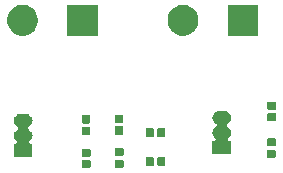
<source format=gbr>
G04 #@! TF.GenerationSoftware,KiCad,Pcbnew,(5.1.5)-3*
G04 #@! TF.CreationDate,2020-12-06T22:53:45+02:00*
G04 #@! TF.ProjectId,Single_transistor_AMP,53696e67-6c65-45f7-9472-616e73697374,V1.0*
G04 #@! TF.SameCoordinates,Original*
G04 #@! TF.FileFunction,Soldermask,Top*
G04 #@! TF.FilePolarity,Negative*
%FSLAX46Y46*%
G04 Gerber Fmt 4.6, Leading zero omitted, Abs format (unit mm)*
G04 Created by KiCad (PCBNEW (5.1.5)-3) date 2020-12-06 22:53:45*
%MOMM*%
%LPD*%
G04 APERTURE LIST*
%ADD10C,0.100000*%
G04 APERTURE END LIST*
D10*
G36*
X143347438Y-116410216D02*
G01*
X143368057Y-116416471D01*
X143387053Y-116426624D01*
X143403708Y-116440292D01*
X143417376Y-116456947D01*
X143427529Y-116475943D01*
X143433784Y-116496562D01*
X143436500Y-116524140D01*
X143436500Y-116982860D01*
X143433784Y-117010438D01*
X143427529Y-117031057D01*
X143417376Y-117050053D01*
X143403708Y-117066708D01*
X143387053Y-117080376D01*
X143368057Y-117090529D01*
X143347438Y-117096784D01*
X143319860Y-117099500D01*
X142811140Y-117099500D01*
X142783562Y-117096784D01*
X142762943Y-117090529D01*
X142743947Y-117080376D01*
X142727292Y-117066708D01*
X142713624Y-117050053D01*
X142703471Y-117031057D01*
X142697216Y-117010438D01*
X142694500Y-116982860D01*
X142694500Y-116524140D01*
X142697216Y-116496562D01*
X142703471Y-116475943D01*
X142713624Y-116456947D01*
X142727292Y-116440292D01*
X142743947Y-116426624D01*
X142762943Y-116416471D01*
X142783562Y-116410216D01*
X142811140Y-116407500D01*
X143319860Y-116407500D01*
X143347438Y-116410216D01*
G37*
G36*
X146141438Y-116359416D02*
G01*
X146162057Y-116365671D01*
X146181053Y-116375824D01*
X146197708Y-116389492D01*
X146211376Y-116406147D01*
X146221529Y-116425143D01*
X146227784Y-116445762D01*
X146230500Y-116473340D01*
X146230500Y-116932060D01*
X146227784Y-116959638D01*
X146221529Y-116980257D01*
X146211376Y-116999253D01*
X146197708Y-117015908D01*
X146181053Y-117029576D01*
X146162057Y-117039729D01*
X146141438Y-117045984D01*
X146113860Y-117048700D01*
X145605140Y-117048700D01*
X145577562Y-117045984D01*
X145556943Y-117039729D01*
X145537947Y-117029576D01*
X145521292Y-117015908D01*
X145507624Y-116999253D01*
X145497471Y-116980257D01*
X145491216Y-116959638D01*
X145488500Y-116932060D01*
X145488500Y-116473340D01*
X145491216Y-116445762D01*
X145497471Y-116425143D01*
X145507624Y-116406147D01*
X145521292Y-116389492D01*
X145537947Y-116375824D01*
X145556943Y-116365671D01*
X145577562Y-116359416D01*
X145605140Y-116356700D01*
X146113860Y-116356700D01*
X146141438Y-116359416D01*
G37*
G36*
X149689938Y-116166916D02*
G01*
X149710557Y-116173171D01*
X149729553Y-116183324D01*
X149746208Y-116196992D01*
X149759876Y-116213647D01*
X149770029Y-116232643D01*
X149776284Y-116253262D01*
X149779000Y-116280840D01*
X149779000Y-116789560D01*
X149776284Y-116817138D01*
X149770029Y-116837757D01*
X149759876Y-116856753D01*
X149746208Y-116873408D01*
X149729553Y-116887076D01*
X149710557Y-116897229D01*
X149689938Y-116903484D01*
X149662360Y-116906200D01*
X149203640Y-116906200D01*
X149176062Y-116903484D01*
X149155443Y-116897229D01*
X149136447Y-116887076D01*
X149119792Y-116873408D01*
X149106124Y-116856753D01*
X149095971Y-116837757D01*
X149089716Y-116817138D01*
X149087000Y-116789560D01*
X149087000Y-116280840D01*
X149089716Y-116253262D01*
X149095971Y-116232643D01*
X149106124Y-116213647D01*
X149119792Y-116196992D01*
X149136447Y-116183324D01*
X149155443Y-116173171D01*
X149176062Y-116166916D01*
X149203640Y-116164200D01*
X149662360Y-116164200D01*
X149689938Y-116166916D01*
G37*
G36*
X148719938Y-116166916D02*
G01*
X148740557Y-116173171D01*
X148759553Y-116183324D01*
X148776208Y-116196992D01*
X148789876Y-116213647D01*
X148800029Y-116232643D01*
X148806284Y-116253262D01*
X148809000Y-116280840D01*
X148809000Y-116789560D01*
X148806284Y-116817138D01*
X148800029Y-116837757D01*
X148789876Y-116856753D01*
X148776208Y-116873408D01*
X148759553Y-116887076D01*
X148740557Y-116897229D01*
X148719938Y-116903484D01*
X148692360Y-116906200D01*
X148233640Y-116906200D01*
X148206062Y-116903484D01*
X148185443Y-116897229D01*
X148166447Y-116887076D01*
X148149792Y-116873408D01*
X148136124Y-116856753D01*
X148125971Y-116837757D01*
X148119716Y-116817138D01*
X148117000Y-116789560D01*
X148117000Y-116280840D01*
X148119716Y-116253262D01*
X148125971Y-116232643D01*
X148136124Y-116213647D01*
X148149792Y-116196992D01*
X148166447Y-116183324D01*
X148185443Y-116173171D01*
X148206062Y-116166916D01*
X148233640Y-116164200D01*
X148692360Y-116164200D01*
X148719938Y-116166916D01*
G37*
G36*
X159019238Y-115533916D02*
G01*
X159039857Y-115540171D01*
X159058853Y-115550324D01*
X159075508Y-115563992D01*
X159089176Y-115580647D01*
X159099329Y-115599643D01*
X159105584Y-115620262D01*
X159108300Y-115647840D01*
X159108300Y-116106560D01*
X159105584Y-116134138D01*
X159099329Y-116154757D01*
X159089176Y-116173753D01*
X159075508Y-116190408D01*
X159058853Y-116204076D01*
X159039857Y-116214229D01*
X159019238Y-116220484D01*
X158991660Y-116223200D01*
X158482940Y-116223200D01*
X158455362Y-116220484D01*
X158434743Y-116214229D01*
X158415747Y-116204076D01*
X158399092Y-116190408D01*
X158385424Y-116173753D01*
X158375271Y-116154757D01*
X158369016Y-116134138D01*
X158366300Y-116106560D01*
X158366300Y-115647840D01*
X158369016Y-115620262D01*
X158375271Y-115599643D01*
X158385424Y-115580647D01*
X158399092Y-115563992D01*
X158415747Y-115550324D01*
X158434743Y-115540171D01*
X158455362Y-115533916D01*
X158482940Y-115531200D01*
X158991660Y-115531200D01*
X159019238Y-115533916D01*
G37*
G36*
X138056716Y-112475034D02*
G01*
X138165292Y-112507971D01*
X138165295Y-112507972D01*
X138199950Y-112526496D01*
X138265357Y-112561456D01*
X138353064Y-112633436D01*
X138425044Y-112721143D01*
X138444396Y-112757349D01*
X138478528Y-112821205D01*
X138478529Y-112821208D01*
X138511466Y-112929784D01*
X138522587Y-113042700D01*
X138511466Y-113155616D01*
X138478882Y-113263029D01*
X138478528Y-113264195D01*
X138469575Y-113280944D01*
X138425044Y-113364257D01*
X138353064Y-113451964D01*
X138265357Y-113523944D01*
X138191971Y-113563169D01*
X138183941Y-113567461D01*
X138163566Y-113581075D01*
X138146239Y-113598402D01*
X138132626Y-113618776D01*
X138123248Y-113641415D01*
X138118468Y-113665448D01*
X138118468Y-113689952D01*
X138123248Y-113713985D01*
X138132626Y-113736624D01*
X138146240Y-113756999D01*
X138163567Y-113774326D01*
X138183941Y-113787939D01*
X138265357Y-113831456D01*
X138353064Y-113903436D01*
X138425044Y-113991143D01*
X138459229Y-114055099D01*
X138478528Y-114091205D01*
X138478529Y-114091208D01*
X138511466Y-114199784D01*
X138522587Y-114312700D01*
X138511466Y-114425616D01*
X138490914Y-114493364D01*
X138478528Y-114534195D01*
X138461878Y-114565344D01*
X138425044Y-114634257D01*
X138353064Y-114721964D01*
X138276154Y-114785083D01*
X138258835Y-114802402D01*
X138245221Y-114822777D01*
X138235843Y-114845416D01*
X138231063Y-114869449D01*
X138231063Y-114893953D01*
X138235843Y-114917986D01*
X138245221Y-114940625D01*
X138258834Y-114960999D01*
X138276161Y-114978326D01*
X138296536Y-114991940D01*
X138319175Y-115001318D01*
X138343208Y-115006098D01*
X138355460Y-115006700D01*
X138519800Y-115006700D01*
X138519800Y-116158700D01*
X136917800Y-116158700D01*
X136917800Y-115006700D01*
X137082140Y-115006700D01*
X137106526Y-115004298D01*
X137129975Y-114997185D01*
X137151586Y-114985634D01*
X137170528Y-114970089D01*
X137186073Y-114951147D01*
X137197624Y-114929536D01*
X137204737Y-114906087D01*
X137207139Y-114881701D01*
X137204737Y-114857315D01*
X137197624Y-114833866D01*
X137186073Y-114812255D01*
X137170528Y-114793313D01*
X137161455Y-114785091D01*
X137084536Y-114721964D01*
X137012556Y-114634257D01*
X136975722Y-114565344D01*
X136959072Y-114534195D01*
X136946686Y-114493364D01*
X136926134Y-114425616D01*
X136915013Y-114312700D01*
X136926134Y-114199784D01*
X136959071Y-114091208D01*
X136959072Y-114091205D01*
X136978371Y-114055099D01*
X137012556Y-113991143D01*
X137084536Y-113903436D01*
X137172243Y-113831456D01*
X137253659Y-113787939D01*
X137274034Y-113774325D01*
X137291361Y-113756998D01*
X137304974Y-113736624D01*
X137314352Y-113713985D01*
X137319132Y-113689952D01*
X137319132Y-113665448D01*
X137314352Y-113641415D01*
X137304974Y-113618776D01*
X137291360Y-113598401D01*
X137274033Y-113581074D01*
X137253659Y-113567461D01*
X137245629Y-113563169D01*
X137172243Y-113523944D01*
X137084536Y-113451964D01*
X137012556Y-113364257D01*
X136968025Y-113280944D01*
X136959072Y-113264195D01*
X136958718Y-113263029D01*
X136926134Y-113155616D01*
X136915013Y-113042700D01*
X136926134Y-112929784D01*
X136959071Y-112821208D01*
X136959072Y-112821205D01*
X136993204Y-112757349D01*
X137012556Y-112721143D01*
X137084536Y-112633436D01*
X137172243Y-112561456D01*
X137237650Y-112526496D01*
X137272305Y-112507972D01*
X137272308Y-112507971D01*
X137380884Y-112475034D01*
X137465502Y-112466700D01*
X137972098Y-112466700D01*
X138056716Y-112475034D01*
G37*
G36*
X143347438Y-115440216D02*
G01*
X143368057Y-115446471D01*
X143387053Y-115456624D01*
X143403708Y-115470292D01*
X143417376Y-115486947D01*
X143427529Y-115505943D01*
X143433784Y-115526562D01*
X143436500Y-115554140D01*
X143436500Y-116012860D01*
X143433784Y-116040438D01*
X143427529Y-116061057D01*
X143417376Y-116080053D01*
X143403708Y-116096708D01*
X143387053Y-116110376D01*
X143368057Y-116120529D01*
X143347438Y-116126784D01*
X143319860Y-116129500D01*
X142811140Y-116129500D01*
X142783562Y-116126784D01*
X142762943Y-116120529D01*
X142743947Y-116110376D01*
X142727292Y-116096708D01*
X142713624Y-116080053D01*
X142703471Y-116061057D01*
X142697216Y-116040438D01*
X142694500Y-116012860D01*
X142694500Y-115554140D01*
X142697216Y-115526562D01*
X142703471Y-115505943D01*
X142713624Y-115486947D01*
X142727292Y-115470292D01*
X142743947Y-115456624D01*
X142762943Y-115446471D01*
X142783562Y-115440216D01*
X142811140Y-115437500D01*
X143319860Y-115437500D01*
X143347438Y-115440216D01*
G37*
G36*
X146141438Y-115389416D02*
G01*
X146162057Y-115395671D01*
X146181053Y-115405824D01*
X146197708Y-115419492D01*
X146211376Y-115436147D01*
X146221529Y-115455143D01*
X146227784Y-115475762D01*
X146230500Y-115503340D01*
X146230500Y-115962060D01*
X146227784Y-115989638D01*
X146221529Y-116010257D01*
X146211376Y-116029253D01*
X146197708Y-116045908D01*
X146181053Y-116059576D01*
X146162057Y-116069729D01*
X146141438Y-116075984D01*
X146113860Y-116078700D01*
X145605140Y-116078700D01*
X145577562Y-116075984D01*
X145556943Y-116069729D01*
X145537947Y-116059576D01*
X145521292Y-116045908D01*
X145507624Y-116029253D01*
X145497471Y-116010257D01*
X145491216Y-115989638D01*
X145488500Y-115962060D01*
X145488500Y-115503340D01*
X145491216Y-115475762D01*
X145497471Y-115455143D01*
X145507624Y-115436147D01*
X145521292Y-115419492D01*
X145537947Y-115405824D01*
X145556943Y-115395671D01*
X145577562Y-115389416D01*
X145605140Y-115386700D01*
X146113860Y-115386700D01*
X146141438Y-115389416D01*
G37*
G36*
X154896916Y-112246434D02*
G01*
X155005492Y-112279371D01*
X155005495Y-112279372D01*
X155041601Y-112298671D01*
X155105557Y-112332856D01*
X155193264Y-112404836D01*
X155265244Y-112492543D01*
X155299429Y-112556499D01*
X155318728Y-112592605D01*
X155318729Y-112592608D01*
X155351666Y-112701184D01*
X155362787Y-112814100D01*
X155351666Y-112927016D01*
X155318965Y-113034814D01*
X155318728Y-113035595D01*
X155305133Y-113061029D01*
X155265244Y-113135657D01*
X155193264Y-113223364D01*
X155105557Y-113295344D01*
X155024141Y-113338861D01*
X155003766Y-113352475D01*
X154986439Y-113369802D01*
X154972826Y-113390176D01*
X154963448Y-113412815D01*
X154958668Y-113436848D01*
X154958668Y-113461352D01*
X154963448Y-113485385D01*
X154972826Y-113508024D01*
X154986440Y-113528399D01*
X155003767Y-113545726D01*
X155024141Y-113559339D01*
X155105557Y-113602856D01*
X155193264Y-113674836D01*
X155265244Y-113762543D01*
X155278818Y-113787939D01*
X155318728Y-113862605D01*
X155318729Y-113862608D01*
X155351666Y-113971184D01*
X155362787Y-114084100D01*
X155351666Y-114197016D01*
X155327470Y-114276776D01*
X155318728Y-114305595D01*
X155314930Y-114312700D01*
X155265244Y-114405657D01*
X155193264Y-114493364D01*
X155116354Y-114556483D01*
X155099035Y-114573802D01*
X155085421Y-114594177D01*
X155076043Y-114616816D01*
X155071263Y-114640849D01*
X155071263Y-114665353D01*
X155076043Y-114689386D01*
X155085421Y-114712025D01*
X155099034Y-114732399D01*
X155116361Y-114749726D01*
X155136736Y-114763340D01*
X155159375Y-114772718D01*
X155183408Y-114777498D01*
X155195660Y-114778100D01*
X155360000Y-114778100D01*
X155360000Y-115930100D01*
X153758000Y-115930100D01*
X153758000Y-114778100D01*
X153922340Y-114778100D01*
X153946726Y-114775698D01*
X153970175Y-114768585D01*
X153991786Y-114757034D01*
X154010728Y-114741489D01*
X154026273Y-114722547D01*
X154037824Y-114700936D01*
X154044937Y-114677487D01*
X154047339Y-114653101D01*
X154044937Y-114628715D01*
X154037824Y-114605266D01*
X154026273Y-114583655D01*
X154010728Y-114564713D01*
X154001655Y-114556491D01*
X153924736Y-114493364D01*
X153852756Y-114405657D01*
X153803070Y-114312700D01*
X153799272Y-114305595D01*
X153790530Y-114276776D01*
X153766334Y-114197016D01*
X153755213Y-114084100D01*
X153766334Y-113971184D01*
X153799271Y-113862608D01*
X153799272Y-113862605D01*
X153839182Y-113787939D01*
X153852756Y-113762543D01*
X153924736Y-113674836D01*
X154012443Y-113602856D01*
X154093859Y-113559339D01*
X154114234Y-113545725D01*
X154131561Y-113528398D01*
X154145174Y-113508024D01*
X154154552Y-113485385D01*
X154159332Y-113461352D01*
X154159332Y-113436848D01*
X154154552Y-113412815D01*
X154145174Y-113390176D01*
X154131560Y-113369801D01*
X154114233Y-113352474D01*
X154093859Y-113338861D01*
X154012443Y-113295344D01*
X153924736Y-113223364D01*
X153852756Y-113135657D01*
X153812867Y-113061029D01*
X153799272Y-113035595D01*
X153799035Y-113034814D01*
X153766334Y-112927016D01*
X153755213Y-112814100D01*
X153766334Y-112701184D01*
X153799271Y-112592608D01*
X153799272Y-112592605D01*
X153818571Y-112556499D01*
X153852756Y-112492543D01*
X153924736Y-112404836D01*
X154012443Y-112332856D01*
X154076399Y-112298671D01*
X154112505Y-112279372D01*
X154112508Y-112279371D01*
X154221084Y-112246434D01*
X154305702Y-112238100D01*
X154812298Y-112238100D01*
X154896916Y-112246434D01*
G37*
G36*
X159019238Y-114563916D02*
G01*
X159039857Y-114570171D01*
X159058853Y-114580324D01*
X159075508Y-114593992D01*
X159089176Y-114610647D01*
X159099329Y-114629643D01*
X159105584Y-114650262D01*
X159108300Y-114677840D01*
X159108300Y-115136560D01*
X159105584Y-115164138D01*
X159099329Y-115184757D01*
X159089176Y-115203753D01*
X159075508Y-115220408D01*
X159058853Y-115234076D01*
X159039857Y-115244229D01*
X159019238Y-115250484D01*
X158991660Y-115253200D01*
X158482940Y-115253200D01*
X158455362Y-115250484D01*
X158434743Y-115244229D01*
X158415747Y-115234076D01*
X158399092Y-115220408D01*
X158385424Y-115203753D01*
X158375271Y-115184757D01*
X158369016Y-115164138D01*
X158366300Y-115136560D01*
X158366300Y-114677840D01*
X158369016Y-114650262D01*
X158375271Y-114629643D01*
X158385424Y-114610647D01*
X158399092Y-114593992D01*
X158415747Y-114580324D01*
X158434743Y-114570171D01*
X158455362Y-114563916D01*
X158482940Y-114561200D01*
X158991660Y-114561200D01*
X159019238Y-114563916D01*
G37*
G36*
X148704838Y-113703116D02*
G01*
X148725457Y-113709371D01*
X148744453Y-113719524D01*
X148761108Y-113733192D01*
X148774776Y-113749847D01*
X148784929Y-113768843D01*
X148791184Y-113789462D01*
X148793900Y-113817040D01*
X148793900Y-114325760D01*
X148791184Y-114353338D01*
X148784929Y-114373957D01*
X148774776Y-114392953D01*
X148761108Y-114409608D01*
X148744453Y-114423276D01*
X148725457Y-114433429D01*
X148704838Y-114439684D01*
X148677260Y-114442400D01*
X148218540Y-114442400D01*
X148190962Y-114439684D01*
X148170343Y-114433429D01*
X148151347Y-114423276D01*
X148134692Y-114409608D01*
X148121024Y-114392953D01*
X148110871Y-114373957D01*
X148104616Y-114353338D01*
X148101900Y-114325760D01*
X148101900Y-113817040D01*
X148104616Y-113789462D01*
X148110871Y-113768843D01*
X148121024Y-113749847D01*
X148134692Y-113733192D01*
X148151347Y-113719524D01*
X148170343Y-113709371D01*
X148190962Y-113703116D01*
X148218540Y-113700400D01*
X148677260Y-113700400D01*
X148704838Y-113703116D01*
G37*
G36*
X149674838Y-113703116D02*
G01*
X149695457Y-113709371D01*
X149714453Y-113719524D01*
X149731108Y-113733192D01*
X149744776Y-113749847D01*
X149754929Y-113768843D01*
X149761184Y-113789462D01*
X149763900Y-113817040D01*
X149763900Y-114325760D01*
X149761184Y-114353338D01*
X149754929Y-114373957D01*
X149744776Y-114392953D01*
X149731108Y-114409608D01*
X149714453Y-114423276D01*
X149695457Y-114433429D01*
X149674838Y-114439684D01*
X149647260Y-114442400D01*
X149188540Y-114442400D01*
X149160962Y-114439684D01*
X149140343Y-114433429D01*
X149121347Y-114423276D01*
X149104692Y-114409608D01*
X149091024Y-114392953D01*
X149080871Y-114373957D01*
X149074616Y-114353338D01*
X149071900Y-114325760D01*
X149071900Y-113817040D01*
X149074616Y-113789462D01*
X149080871Y-113768843D01*
X149091024Y-113749847D01*
X149104692Y-113733192D01*
X149121347Y-113719524D01*
X149140343Y-113709371D01*
X149160962Y-113703116D01*
X149188540Y-113700400D01*
X149647260Y-113700400D01*
X149674838Y-113703116D01*
G37*
G36*
X143334738Y-113590816D02*
G01*
X143355357Y-113597071D01*
X143374353Y-113607224D01*
X143391008Y-113620892D01*
X143404676Y-113637547D01*
X143414829Y-113656543D01*
X143421084Y-113677162D01*
X143423800Y-113704740D01*
X143423800Y-114163460D01*
X143421084Y-114191038D01*
X143414829Y-114211657D01*
X143404676Y-114230653D01*
X143391008Y-114247308D01*
X143374353Y-114260976D01*
X143355357Y-114271129D01*
X143334738Y-114277384D01*
X143307160Y-114280100D01*
X142798440Y-114280100D01*
X142770862Y-114277384D01*
X142750243Y-114271129D01*
X142731247Y-114260976D01*
X142714592Y-114247308D01*
X142700924Y-114230653D01*
X142690771Y-114211657D01*
X142684516Y-114191038D01*
X142681800Y-114163460D01*
X142681800Y-113704740D01*
X142684516Y-113677162D01*
X142690771Y-113656543D01*
X142700924Y-113637547D01*
X142714592Y-113620892D01*
X142731247Y-113607224D01*
X142750243Y-113597071D01*
X142770862Y-113590816D01*
X142798440Y-113588100D01*
X143307160Y-113588100D01*
X143334738Y-113590816D01*
G37*
G36*
X146128738Y-113552716D02*
G01*
X146149357Y-113558971D01*
X146168353Y-113569124D01*
X146185008Y-113582792D01*
X146198676Y-113599447D01*
X146208829Y-113618443D01*
X146215084Y-113639062D01*
X146217800Y-113666640D01*
X146217800Y-114125360D01*
X146215084Y-114152938D01*
X146208829Y-114173557D01*
X146198676Y-114192553D01*
X146185008Y-114209208D01*
X146168353Y-114222876D01*
X146149357Y-114233029D01*
X146128738Y-114239284D01*
X146101160Y-114242000D01*
X145592440Y-114242000D01*
X145564862Y-114239284D01*
X145544243Y-114233029D01*
X145525247Y-114222876D01*
X145508592Y-114209208D01*
X145494924Y-114192553D01*
X145484771Y-114173557D01*
X145478516Y-114152938D01*
X145475800Y-114125360D01*
X145475800Y-113666640D01*
X145478516Y-113639062D01*
X145484771Y-113618443D01*
X145494924Y-113599447D01*
X145508592Y-113582792D01*
X145525247Y-113569124D01*
X145544243Y-113558971D01*
X145564862Y-113552716D01*
X145592440Y-113550000D01*
X146101160Y-113550000D01*
X146128738Y-113552716D01*
G37*
G36*
X143334738Y-112620816D02*
G01*
X143355357Y-112627071D01*
X143374353Y-112637224D01*
X143391008Y-112650892D01*
X143404676Y-112667547D01*
X143414829Y-112686543D01*
X143421084Y-112707162D01*
X143423800Y-112734740D01*
X143423800Y-113193460D01*
X143421084Y-113221038D01*
X143414829Y-113241657D01*
X143404676Y-113260653D01*
X143391008Y-113277308D01*
X143374353Y-113290976D01*
X143355357Y-113301129D01*
X143334738Y-113307384D01*
X143307160Y-113310100D01*
X142798440Y-113310100D01*
X142770862Y-113307384D01*
X142750243Y-113301129D01*
X142731247Y-113290976D01*
X142714592Y-113277308D01*
X142700924Y-113260653D01*
X142690771Y-113241657D01*
X142684516Y-113221038D01*
X142681800Y-113193460D01*
X142681800Y-112734740D01*
X142684516Y-112707162D01*
X142690771Y-112686543D01*
X142700924Y-112667547D01*
X142714592Y-112650892D01*
X142731247Y-112637224D01*
X142750243Y-112627071D01*
X142770862Y-112620816D01*
X142798440Y-112618100D01*
X143307160Y-112618100D01*
X143334738Y-112620816D01*
G37*
G36*
X146128738Y-112582716D02*
G01*
X146149357Y-112588971D01*
X146168353Y-112599124D01*
X146185008Y-112612792D01*
X146198676Y-112629447D01*
X146208829Y-112648443D01*
X146215084Y-112669062D01*
X146217800Y-112696640D01*
X146217800Y-113155360D01*
X146215084Y-113182938D01*
X146208829Y-113203557D01*
X146198676Y-113222553D01*
X146185008Y-113239208D01*
X146168353Y-113252876D01*
X146149357Y-113263029D01*
X146128738Y-113269284D01*
X146101160Y-113272000D01*
X145592440Y-113272000D01*
X145564862Y-113269284D01*
X145544243Y-113263029D01*
X145525247Y-113252876D01*
X145508592Y-113239208D01*
X145494924Y-113222553D01*
X145484771Y-113203557D01*
X145478516Y-113182938D01*
X145475800Y-113155360D01*
X145475800Y-112696640D01*
X145478516Y-112669062D01*
X145484771Y-112648443D01*
X145494924Y-112629447D01*
X145508592Y-112612792D01*
X145525247Y-112599124D01*
X145544243Y-112588971D01*
X145564862Y-112582716D01*
X145592440Y-112580000D01*
X146101160Y-112580000D01*
X146128738Y-112582716D01*
G37*
G36*
X159044638Y-112422416D02*
G01*
X159065257Y-112428671D01*
X159084253Y-112438824D01*
X159100908Y-112452492D01*
X159114576Y-112469147D01*
X159124729Y-112488143D01*
X159130984Y-112508762D01*
X159133700Y-112536340D01*
X159133700Y-112995060D01*
X159130984Y-113022638D01*
X159124729Y-113043257D01*
X159114576Y-113062253D01*
X159100908Y-113078908D01*
X159084253Y-113092576D01*
X159065257Y-113102729D01*
X159044638Y-113108984D01*
X159017060Y-113111700D01*
X158508340Y-113111700D01*
X158480762Y-113108984D01*
X158460143Y-113102729D01*
X158441147Y-113092576D01*
X158424492Y-113078908D01*
X158410824Y-113062253D01*
X158400671Y-113043257D01*
X158394416Y-113022638D01*
X158391700Y-112995060D01*
X158391700Y-112536340D01*
X158394416Y-112508762D01*
X158400671Y-112488143D01*
X158410824Y-112469147D01*
X158424492Y-112452492D01*
X158441147Y-112438824D01*
X158460143Y-112428671D01*
X158480762Y-112422416D01*
X158508340Y-112419700D01*
X159017060Y-112419700D01*
X159044638Y-112422416D01*
G37*
G36*
X159044638Y-111452416D02*
G01*
X159065257Y-111458671D01*
X159084253Y-111468824D01*
X159100908Y-111482492D01*
X159114576Y-111499147D01*
X159124729Y-111518143D01*
X159130984Y-111538762D01*
X159133700Y-111566340D01*
X159133700Y-112025060D01*
X159130984Y-112052638D01*
X159124729Y-112073257D01*
X159114576Y-112092253D01*
X159100908Y-112108908D01*
X159084253Y-112122576D01*
X159065257Y-112132729D01*
X159044638Y-112138984D01*
X159017060Y-112141700D01*
X158508340Y-112141700D01*
X158480762Y-112138984D01*
X158460143Y-112132729D01*
X158441147Y-112122576D01*
X158424492Y-112108908D01*
X158410824Y-112092253D01*
X158400671Y-112073257D01*
X158394416Y-112052638D01*
X158391700Y-112025060D01*
X158391700Y-111566340D01*
X158394416Y-111538762D01*
X158400671Y-111518143D01*
X158410824Y-111499147D01*
X158424492Y-111482492D01*
X158441147Y-111468824D01*
X158460143Y-111458671D01*
X158480762Y-111452416D01*
X158508340Y-111449700D01*
X159017060Y-111449700D01*
X159044638Y-111452416D01*
G37*
G36*
X151636487Y-103308096D02*
G01*
X151873253Y-103406168D01*
X151873255Y-103406169D01*
X152086339Y-103548547D01*
X152267553Y-103729761D01*
X152409932Y-103942847D01*
X152508004Y-104179613D01*
X152558000Y-104430961D01*
X152558000Y-104687239D01*
X152508004Y-104938587D01*
X152409932Y-105175353D01*
X152409931Y-105175355D01*
X152267553Y-105388439D01*
X152086339Y-105569653D01*
X151873255Y-105712031D01*
X151873254Y-105712032D01*
X151873253Y-105712032D01*
X151636487Y-105810104D01*
X151385139Y-105860100D01*
X151128861Y-105860100D01*
X150877513Y-105810104D01*
X150640747Y-105712032D01*
X150640746Y-105712032D01*
X150640745Y-105712031D01*
X150427661Y-105569653D01*
X150246447Y-105388439D01*
X150104069Y-105175355D01*
X150104068Y-105175353D01*
X150005996Y-104938587D01*
X149956000Y-104687239D01*
X149956000Y-104430961D01*
X150005996Y-104179613D01*
X150104068Y-103942847D01*
X150246447Y-103729761D01*
X150427661Y-103548547D01*
X150640745Y-103406169D01*
X150640747Y-103406168D01*
X150877513Y-103308096D01*
X151128861Y-103258100D01*
X151385139Y-103258100D01*
X151636487Y-103308096D01*
G37*
G36*
X144074400Y-105860100D02*
G01*
X141472400Y-105860100D01*
X141472400Y-103258100D01*
X144074400Y-103258100D01*
X144074400Y-105860100D01*
G37*
G36*
X138072887Y-103308096D02*
G01*
X138309653Y-103406168D01*
X138309655Y-103406169D01*
X138522739Y-103548547D01*
X138703953Y-103729761D01*
X138846332Y-103942847D01*
X138944404Y-104179613D01*
X138994400Y-104430961D01*
X138994400Y-104687239D01*
X138944404Y-104938587D01*
X138846332Y-105175353D01*
X138846331Y-105175355D01*
X138703953Y-105388439D01*
X138522739Y-105569653D01*
X138309655Y-105712031D01*
X138309654Y-105712032D01*
X138309653Y-105712032D01*
X138072887Y-105810104D01*
X137821539Y-105860100D01*
X137565261Y-105860100D01*
X137313913Y-105810104D01*
X137077147Y-105712032D01*
X137077146Y-105712032D01*
X137077145Y-105712031D01*
X136864061Y-105569653D01*
X136682847Y-105388439D01*
X136540469Y-105175355D01*
X136540468Y-105175353D01*
X136442396Y-104938587D01*
X136392400Y-104687239D01*
X136392400Y-104430961D01*
X136442396Y-104179613D01*
X136540468Y-103942847D01*
X136682847Y-103729761D01*
X136864061Y-103548547D01*
X137077145Y-103406169D01*
X137077147Y-103406168D01*
X137313913Y-103308096D01*
X137565261Y-103258100D01*
X137821539Y-103258100D01*
X138072887Y-103308096D01*
G37*
G36*
X157638000Y-105860100D02*
G01*
X155036000Y-105860100D01*
X155036000Y-103258100D01*
X157638000Y-103258100D01*
X157638000Y-105860100D01*
G37*
M02*

</source>
